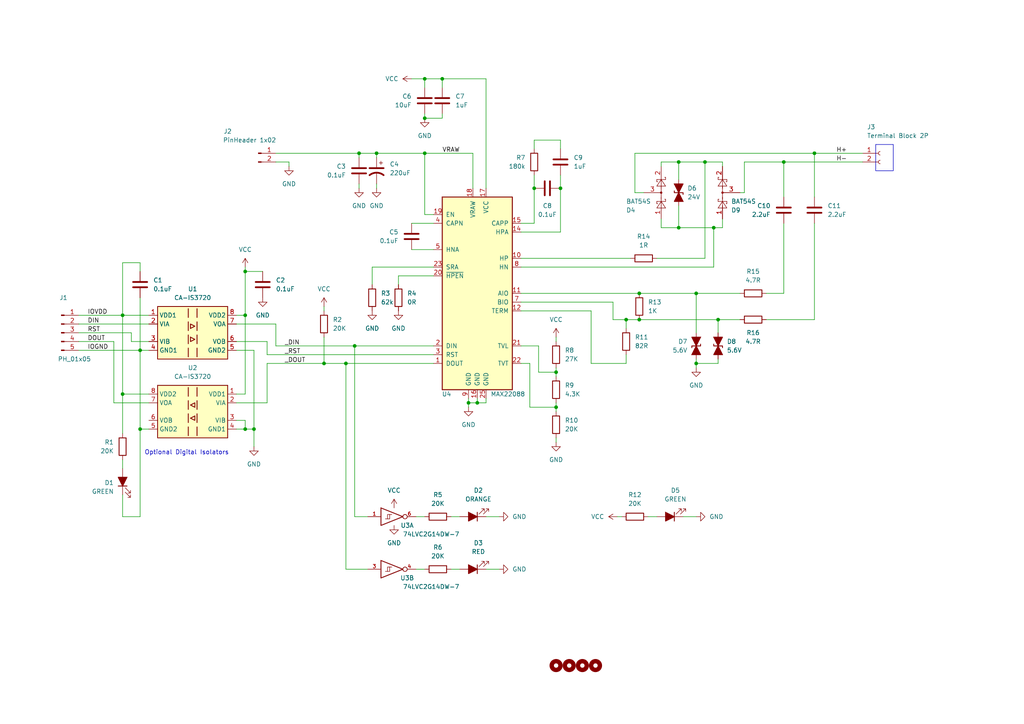
<source format=kicad_sch>
(kicad_sch (version 20230121) (generator eeschema)
  (paper "A4")
  (title_block (title "HomeBus Breakout Board") (date "2024-01-31") (rev "r0.1") (company "Greg Davill <greg.davill@gmail.com>") (comment 1 "Based on MAX22088"))
  (lib_symbols
    (symbol "74xGxx:74LVC2G14" (pin_names (offset 1.016))
      (property "Reference" "U" (at -2.54 3.81 0))
      (property "Value" "74LVC2G14" (at 0 -3.81 0))
      (symbol "74LVC2G14_0_1"
        (polyline (pts (xy -1.905 -0.635) (xy -1.27 -0.635) (xy -1.27 0.635)))
        (polyline (pts (xy -3.81 2.54) (xy -3.81 -2.54) (xy 2.54 0) (xy -3.81 2.54)) (stroke (width 0.254)))
        (polyline (pts (xy -2.54 -0.635) (xy -1.905 -0.635) (xy -1.905 0.635) (xy -0.635 0.635)))
        (pin power_in line (at 0 -2.54 270) (length 0) hide (name "GND") (number "2"))
        (pin power_in line (at 0 2.54 90) (length 0) hide (name "VCC") (number "5"))
      )
      (symbol "74LVC2G14_1_1"
        (pin input line (at -7.62 0 0) (length 3.81) (name "~") (number "1"))
        (pin output inverted (at 6.35 0 180) (length 3.81) (name "~") (number "6"))
      )
      (symbol "74LVC2G14_2_1"
        (pin input line (at -7.62 0 0) (length 3.81) (name "~") (number "3"))
        (pin output inverted (at 6.35 0 180) (length 3.81) (name "~") (number "4"))
      )
    )
    (symbol "Connector:Conn_01x02_Female" (pin_names (offset 1.016) hide)
      (property "Reference" "J" (at 0 2.54 0))
      (property "Value" "Conn_01x02_Female" (at 0 -5.08 0))
      (symbol "Conn_01x02_Female_1_1"
        (arc (start 0 -2.032) (mid -0.5058 -2.54) (end 0 -3.048) (stroke (width 0.1524)))
        (polyline (pts (xy -1.27 -2.54) (xy -0.508 -2.54)) (stroke (width 0.1524)))
        (polyline (pts (xy -1.27 0) (xy -0.508 0)) (stroke (width 0.1524)))
        (arc (start 0 0.508) (mid -0.5058 0) (end 0 -0.508) (stroke (width 0.1524)))
        (pin passive line (at -5.08 0 0) (length 3.81) (name "Pin_1") (number "1"))
        (pin passive line (at -5.08 -2.54 0) (length 3.81) (name "Pin_2") (number "2"))
      )
    )
    (symbol "Connector:Conn_01x02_Male" (pin_names (offset 1.016) hide)
      (property "Reference" "J" (at 0 2.54 0))
      (property "Value" "Conn_01x02_Male" (at 0 -5.08 0))
      (symbol "Conn_01x02_Male_1_1"
        (polyline (pts (xy 1.27 -2.54) (xy 0.8636 -2.54)) (stroke (width 0.1524)))
        (polyline (pts (xy 1.27 0) (xy 0.8636 0)) (stroke (width 0.1524)))
        (rectangle (start 0.8636 -2.413) (end 0 -2.667) (stroke (width 0.1524)) (fill (type outline)))
        (rectangle (start 0.8636 0.127) (end 0 -0.127) (stroke (width 0.1524)) (fill (type outline)))
        (pin passive line (at 5.08 0 180) (length 3.81) (name "Pin_1") (number "1"))
        (pin passive line (at 5.08 -2.54 180) (length 3.81) (name "Pin_2") (number "2"))
      )
    )
    (symbol "Connector:Conn_01x05_Male" (pin_names (offset 1.016) hide)
      (property "Reference" "J" (at 0 7.62 0))
      (property "Value" "Conn_01x05_Male" (at 0 -7.62 0))
      (symbol "Conn_01x05_Male_1_1"
        (polyline (pts (xy 1.27 -5.08) (xy 0.8636 -5.08)) (stroke (width 0.1524)))
        (polyline (pts (xy 1.27 -2.54) (xy 0.8636 -2.54)) (stroke (width 0.1524)))
        (polyline (pts (xy 1.27 0) (xy 0.8636 0)) (stroke (width 0.1524)))
        (polyline (pts (xy 1.27 2.54) (xy 0.8636 2.54)) (stroke (width 0.1524)))
        (polyline (pts (xy 1.27 5.08) (xy 0.8636 5.08)) (stroke (width 0.1524)))
        (rectangle (start 0.8636 -4.953) (end 0 -5.207) (stroke (width 0.1524)) (fill (type outline)))
        (rectangle (start 0.8636 -2.413) (end 0 -2.667) (stroke (width 0.1524)) (fill (type outline)))
        (rectangle (start 0.8636 0.127) (end 0 -0.127) (stroke (width 0.1524)) (fill (type outline)))
        (rectangle (start 0.8636 2.667) (end 0 2.413) (stroke (width 0.1524)) (fill (type outline)))
        (rectangle (start 0.8636 5.207) (end 0 4.953) (stroke (width 0.1524)) (fill (type outline)))
        (pin passive line (at 5.08 5.08 180) (length 3.81) (name "Pin_1") (number "1"))
        (pin passive line (at 5.08 2.54 180) (length 3.81) (name "Pin_2") (number "2"))
        (pin passive line (at 5.08 0 180) (length 3.81) (name "Pin_3") (number "3"))
        (pin passive line (at 5.08 -2.54 180) (length 3.81) (name "Pin_4") (number "4"))
        (pin passive line (at 5.08 -5.08 180) (length 3.81) (name "Pin_5") (number "5"))
      )
    )
    (symbol "Custom_Components:MAX22088" (pin_names (offset 1.016))
      (property "Reference" "U1" (at -8.89 30.48 0))
      (property "Value" "MAX22088" (at -8.89 27.94 0))
      (symbol "MAX22088_1_1"
        (rectangle (start -10.16 26.67) (end 10.16 -29.21) (stroke (width 0.3)) (fill (type background)))
        (pin output line (at -12.7 -21.59 0) (length 2.54) (name "DOUT") (number "1"))
        (pin power_in line (at 12.7 8.89 180) (length 2.54) (name "HP") (number "10"))
        (pin bidirectional line (at 12.7 -1.27 180) (length 2.54) (name "AIO") (number "11"))
        (pin passive line (at 12.7 -6.35 180) (length 2.54) (name "TERM") (number "12"))
        (pin no_connect line (at -10.16 -8.89 180) (length 0) hide (name "~") (number "13"))
        (pin passive line (at 12.7 16.51 180) (length 2.54) (name "HPA") (number "14"))
        (pin passive line (at 12.7 19.05 180) (length 2.54) (name "CAPP") (number "15"))
        (pin power_out line (at 0 -31.75 90) (length 2.54) (name "GND") (number "16"))
        (pin power_out line (at 2.54 29.21 270) (length 2.54) (name "VCC") (number "17"))
        (pin power_out line (at -1.27 29.21 270) (length 2.54) (name "VRAW") (number "18"))
        (pin input line (at -12.7 21.59 0) (length 2.54) (name "EN") (number "19"))
        (pin input line (at -12.7 -16.51 0) (length 2.54) (name "DIN") (number "2"))
        (pin input line (at -12.7 3.81 0) (length 2.54) (name "~{HPEN}") (number "20"))
        (pin input line (at 12.7 -16.51 180) (length 2.54) (name "TVL") (number "21"))
        (pin input line (at 12.7 -21.59 180) (length 2.54) (name "TVT") (number "22"))
        (pin input line (at -12.7 6.35 0) (length 2.54) (name "SRA") (number "23"))
        (pin no_connect line (at -10.16 -6.35 180) (length 0) hide (name "") (number "24"))
        (pin power_out line (at 2.54 -31.75 90) (length 2.54) (name "GND") (number "25"))
        (pin input line (at -12.7 -19.05 0) (length 2.54) (name "RST") (number "3"))
        (pin passive line (at -12.7 19.05 0) (length 2.54) (name "CAPN") (number "4"))
        (pin passive line (at -12.7 11.43 0) (length 2.54) (name "HNA") (number "5"))
        (pin no_connect line (at -10.16 -11.43 180) (length 0) hide (name "~") (number "6"))
        (pin bidirectional line (at 12.7 -3.81 180) (length 2.54) (name "BIO") (number "7"))
        (pin power_in line (at 12.7 6.35 180) (length 2.54) (name "HN") (number "8"))
        (pin power_out line (at -2.54 -31.75 90) (length 2.54) (name "GND") (number "9"))
      )
    )
    (symbol "Device:C" (pin_numbers hide) (pin_names (offset 0.254))
      (property "Reference" "C" (at 0.635 2.54 0))
      (property "Value" "C" (at 0.635 -2.54 0))
      (symbol "C_0_1"
        (polyline (pts (xy -2.032 -0.762) (xy 2.032 -0.762)) (stroke (width 0.508)))
        (polyline (pts (xy -2.032 0.762) (xy 2.032 0.762)) (stroke (width 0.508)))
      )
      (symbol "C_1_1"
        (pin passive line (at 0 3.81 270) (length 2.794) (name "~") (number "1"))
        (pin passive line (at 0 -3.81 90) (length 2.794) (name "~") (number "2"))
      )
    )
    (symbol "Device:C_Polarized_US" (pin_numbers hide) (pin_names (offset 0.254) hide)
      (property "Reference" "C" (at 0.635 2.54 0))
      (property "Value" "C_Polarized_US" (at 0.635 -2.54 0))
      (symbol "C_Polarized_US_0_1"
        (polyline (pts (xy -2.032 0.762) (xy 2.032 0.762)) (stroke (width 0.508)))
        (polyline (pts (xy -1.778 2.286) (xy -0.762 2.286)))
        (polyline (pts (xy -1.27 1.778) (xy -1.27 2.794)))
        (arc (start 2.032 -1.27) (mid 0 -0.5572) (end -2.032 -1.27) (stroke (width 0.508)))
      )
      (symbol "C_Polarized_US_1_1"
        (pin passive line (at 0 3.81 270) (length 2.794) (name "~") (number "1"))
        (pin passive line (at 0 -3.81 90) (length 3.302) (name "~") (number "2"))
      )
    )
    (symbol "Device:D_TVS_Filled" (pin_numbers hide) (pin_names (offset 1.016) hide)
      (property "Reference" "D" (at 0 2.54 0))
      (property "Value" "D_TVS_Filled" (at 0 -2.54 0))
      (symbol "D_TVS_Filled_0_1"
        (polyline (pts (xy 1.27 0) (xy -1.27 0)))
        (polyline (pts (xy -2.54 -1.27) (xy 0 0) (xy -2.54 1.27) (xy -2.54 -1.27)) (stroke (width 0.254)) (fill (type outline)))
        (polyline (pts (xy 0.508 1.27) (xy 0 1.27) (xy 0 -1.27) (xy -0.508 -1.27)) (stroke (width 0.254)))
        (polyline (pts (xy 2.54 1.27) (xy 2.54 -1.27) (xy 0 0) (xy 2.54 1.27)) (stroke (width 0.254)) (fill (type outline)))
      )
      (symbol "D_TVS_Filled_1_1"
        (pin passive line (at -3.81 0 0) (length 2.54) (name "A1") (number "1"))
        (pin passive line (at 3.81 0 180) (length 2.54) (name "A2") (number "2"))
      )
    )
    (symbol "Device:LED_Filled" (pin_numbers hide) (pin_names (offset 1.016) hide)
      (property "Reference" "D" (at 0 2.54 0))
      (property "Value" "LED_Filled" (at 0 -2.54 0))
      (symbol "LED_Filled_0_1"
        (polyline (pts (xy -1.27 -1.27) (xy -1.27 1.27)) (stroke (width 0.254)))
        (polyline (pts (xy -1.27 0) (xy 1.27 0)))
        (polyline (pts (xy 1.27 -1.27) (xy 1.27 1.27) (xy -1.27 0) (xy 1.27 -1.27)) (stroke (width 0.254)) (fill (type outline)))
        (polyline (pts (xy -3.048 -0.762) (xy -4.572 -2.286) (xy -3.81 -2.286) (xy -4.572 -2.286) (xy -4.572 -1.524)))
        (polyline (pts (xy -1.778 -0.762) (xy -3.302 -2.286) (xy -2.54 -2.286) (xy -3.302 -2.286) (xy -3.302 -1.524)))
      )
      (symbol "LED_Filled_1_1"
        (pin passive line (at -3.81 0 0) (length 2.54) (name "K") (number "1"))
        (pin passive line (at 3.81 0 180) (length 2.54) (name "A") (number "2"))
      )
    )
    (symbol "Device:R" (pin_numbers hide) (pin_names (offset 0))
      (property "Reference" "R" (at 2.032 0 90))
      (property "Value" "R" (at 0 0 90))
      (symbol "R_0_1"
        (rectangle (start -1.016 -2.54) (end 1.016 2.54) (stroke (width 0.254)))
      )
      (symbol "R_1_1"
        (pin passive line (at 0 3.81 270) (length 1.27) (name "~") (number "1"))
        (pin passive line (at 0 -3.81 90) (length 1.27) (name "~") (number "2"))
      )
    )
    (symbol "Diode:BAT54S" (pin_names (offset 1.016))
      (property "Reference" "D" (at 0.635 -3.81 0))
      (property "Value" "BAT54S" (at -6.35 3.175 0))
      (symbol "BAT54S_0_1"
        (polyline (pts (xy -3.81 0) (xy -1.27 0)))
        (polyline (pts (xy -3.175 -1.27) (xy -3.175 -1.016)))
        (polyline (pts (xy -2.54 -1.27) (xy -3.175 -1.27)))
        (polyline (pts (xy -2.54 -1.27) (xy -2.54 1.27)))
        (polyline (pts (xy -2.54 1.27) (xy -1.905 1.27)))
        (polyline (pts (xy -1.905 0) (xy 1.905 0)))
        (polyline (pts (xy -1.905 1.27) (xy -1.905 1.016)))
        (polyline (pts (xy 1.27 0) (xy 3.81 0)))
        (polyline (pts (xy 3.175 -1.27) (xy 3.175 -1.016)))
        (polyline (pts (xy 3.81 -1.27) (xy 3.175 -1.27)))
        (polyline (pts (xy 3.81 -1.27) (xy 3.81 1.27)))
        (polyline (pts (xy 3.81 1.27) (xy 4.445 1.27)))
        (polyline (pts (xy 4.445 1.27) (xy 4.445 1.016)))
        (polyline (pts (xy -4.445 1.27) (xy -4.445 -1.27) (xy -2.54 0) (xy -4.445 1.27)))
        (polyline (pts (xy 1.905 1.27) (xy 1.905 -1.27) (xy 3.81 0) (xy 1.905 1.27)))
        (circle (center 0 0) (radius 0.254) (fill (type outline)))
      )
      (symbol "BAT54S_1_1"
        (pin passive line (at -7.62 0 0) (length 3.81) (name "~") (number "1"))
        (pin passive line (at 7.62 0 180) (length 3.81) (name "~") (number "2"))
        (pin passive line (at 0 -5.08 90) (length 5.08) (name "~") (number "3"))
      )
    )
    (symbol "Isolator:ADuM1200WU"
      (property "Reference" "U3" (at 0 12.7 0))
      (property "Value" "CA-IS3720" (at 0 10.16 0))
      (symbol "ADuM1200WU_0_1"
        (rectangle (start -10.16 7.62) (end 10.16 -7.62) (stroke (width 0.254)) (fill (type background)))
        (polyline (pts (xy -1.27 -4.445) (xy -1.27 -6.985)) (stroke (width 0.254)))
        (polyline (pts (xy -1.27 -0.635) (xy -1.27 -3.175)) (stroke (width 0.254)))
        (polyline (pts (xy -1.27 3.175) (xy -1.27 0.635)) (stroke (width 0.254)))
        (polyline (pts (xy -1.27 6.985) (xy -1.27 4.445)) (stroke (width 0.254)))
        (polyline (pts (xy 1.27 -4.445) (xy 1.27 -6.985)) (stroke (width 0.254)))
        (polyline (pts (xy 1.27 -0.635) (xy 1.27 -3.175)) (stroke (width 0.254)))
        (polyline (pts (xy 1.27 3.175) (xy 1.27 0.635)) (stroke (width 0.254)))
        (polyline (pts (xy 1.27 6.985) (xy 1.27 4.445)) (stroke (width 0.254)))
        (polyline (pts (xy -0.635 -1.27) (xy -0.635 -2.54) (xy 0.635 -1.905) (xy -0.635 -1.27)) (stroke (width 0.254)))
        (polyline (pts (xy -0.635 1.27) (xy 0.635 1.905) (xy -0.635 2.54) (xy -0.635 1.27)) (stroke (width 0.254)))
      )
      (symbol "ADuM1200WU_1_1"
        (pin power_in line (at -12.7 5.08 0) (length 2.54) (name "VDD1") (number "1"))
        (pin input line (at -12.7 2.54 0) (length 2.54) (name "VIA") (number "2"))
        (pin input line (at -12.7 -2.54 0) (length 2.54) (name "VIB") (number "3"))
        (pin power_in line (at -12.7 -5.08 0) (length 2.54) (name "GND1") (number "4"))
        (pin power_in line (at 12.7 -5.08 180) (length 2.54) (name "GND2") (number "5"))
        (pin output line (at 12.7 -2.54 180) (length 2.54) (name "VOB") (number "6"))
        (pin output line (at 12.7 2.54 180) (length 2.54) (name "VOA") (number "7"))
        (pin power_in line (at 12.7 5.08 180) (length 2.54) (name "VDD2") (number "8"))
      )
    )
    (symbol "Mechanical:MountingHole" (pin_names (offset 1.016))
      (property "Reference" "H" (at 0 5.08 0))
      (property "Value" "MountingHole" (at 0 3.175 0))
      (symbol "MountingHole_0_1"
        (circle (center 0 0) (radius 1.27) (stroke (width 1.27)))
      )
    )
    (symbol "power:GND" (power) (pin_names (offset 0))
      (property "Value" "GND" (at 0 -3.81 0))
      (symbol "GND_0_1"
        (polyline (pts (xy 0 0) (xy 0 -1.27) (xy 1.27 -1.27) (xy 0 -2.54) (xy -1.27 -1.27) (xy 0 -1.27)))
      )
      (symbol "GND_1_1"
        (pin power_in line (at 0 0 270) (length 0) hide (name "GND") (number "1"))
      )
    )
    (symbol "power:VCC" (power) (pin_names (offset 0))
      (property "Value" "VCC" (at 0 3.81 0))
      (symbol "VCC_0_1"
        (polyline (pts (xy -0.762 1.27) (xy 0 2.54)))
        (polyline (pts (xy 0 0) (xy 0 2.54)))
        (polyline (pts (xy 0 2.54) (xy 0.762 1.27)))
      )
      (symbol "VCC_1_1"
        (pin power_in line (at 0 0 90) (length 0) hide (name "VCC") (number "1"))
      )
    )
  )
  (junction (at 236.22 44.45))
  (junction (at 73.66 124.46))
  (junction (at 71.12 91.44))
  (junction (at 135.89 116.84))
  (junction (at 227.33 46.99))
  (junction (at 185.42 92.71))
  (junction (at 201.93 105.41))
  (junction (at 123.19 22.86))
  (junction (at 35.56 91.44))
  (junction (at 201.93 85.09))
  (junction (at 93.98 105.41))
  (junction (at 123.19 44.45))
  (junction (at 196.85 46.99))
  (junction (at 138.43 116.84))
  (junction (at 123.19 34.29))
  (junction (at 204.47 46.99))
  (junction (at 71.12 124.46))
  (junction (at 102.87 100.33))
  (junction (at 208.28 92.71))
  (junction (at 35.56 114.3))
  (junction (at 104.14 44.45))
  (junction (at 128.27 22.86))
  (junction (at 162.56 54.61))
  (junction (at 161.29 118.11))
  (junction (at 71.12 78.74))
  (junction (at 40.64 124.46))
  (junction (at 181.61 92.71))
  (junction (at 207.01 66.04))
  (junction (at 100.33 105.41))
  (junction (at 109.22 44.45))
  (junction (at 185.42 85.09))
  (junction (at 196.85 66.04))
  (junction (at 161.29 107.95))
  (junction (at 154.94 54.61))
  (junction (at 40.64 101.6))
  (wire (pts (xy 236.22 64.77) (xy 236.22 92.71)))
  (polyline (pts (xy 254 41.91) (xy 259.08 41.91)))
  (wire (pts (xy 93.98 97.79) (xy 93.98 105.41)))
  (wire (pts (xy 106.68 149.86) (xy 102.87 149.86)))
  (wire (pts (xy 201.93 105.41) (xy 201.93 106.68)))
  (wire (pts (xy 83.82 46.99) (xy 83.82 48.26)))
  (wire (pts (xy 80.01 100.33) (xy 80.01 93.98)))
  (wire (pts (xy 71.12 124.46) (xy 73.66 124.46)))
  (wire (pts (xy 227.33 85.09) (xy 227.33 64.77)))
  (wire (pts (xy 196.85 66.04) (xy 207.01 66.04)))
  (wire (pts (xy 120.65 165.1) (xy 123.19 165.1)))
  (wire (pts (xy 123.19 22.86) (xy 119.38 22.86)))
  (wire (pts (xy 151.13 100.33) (xy 156.21 100.33)))
  (wire (pts (xy 22.86 96.52) (xy 38.1 96.52)))
  (wire (pts (xy 107.95 77.47) (xy 107.95 82.55)))
  (wire (pts (xy 35.56 133.35) (xy 35.56 135.89)))
  (wire (pts (xy 191.77 63.5) (xy 191.77 66.04)))
  (wire (pts (xy 153.67 105.41) (xy 153.67 118.11)))
  (wire (pts (xy 40.64 149.86) (xy 35.56 149.86)))
  (wire (pts (xy 38.1 99.06) (xy 43.18 99.06)))
  (wire (pts (xy 215.9 55.88) (xy 215.9 46.99)))
  (wire (pts (xy 80.01 46.99) (xy 83.82 46.99)))
  (wire (pts (xy 73.66 124.46) (xy 73.66 129.54)))
  (wire (pts (xy 40.64 76.2) (xy 40.64 78.74)))
  (wire (pts (xy 162.56 43.18) (xy 162.56 40.64)))
  (wire (pts (xy 196.85 59.69) (xy 196.85 66.04)))
  (wire (pts (xy 128.27 34.29) (xy 123.19 34.29)))
  (wire (pts (xy 204.47 46.99) (xy 209.55 46.99)))
  (wire (pts (xy 186.69 55.88) (xy 184.15 55.88)))
  (wire (pts (xy 161.29 97.79) (xy 161.29 99.06)))
  (wire (pts (xy 100.33 105.41) (xy 100.33 165.1)))
  (wire (pts (xy 130.81 149.86) (xy 133.35 149.86)))
  (wire (pts (xy 43.18 116.84) (xy 33.02 116.84)))
  (wire (pts (xy 151.13 67.31) (xy 162.56 67.31)))
  (wire (pts (xy 40.64 124.46) (xy 40.64 149.86)))
  (wire (pts (xy 151.13 77.47) (xy 207.01 77.47)))
  (wire (pts (xy 196.85 46.99) (xy 196.85 52.07)))
  (wire (pts (xy 201.93 85.09) (xy 201.93 96.52)))
  (wire (pts (xy 123.19 33.02) (xy 123.19 34.29)))
  (wire (pts (xy 35.56 91.44) (xy 35.56 76.2)))
  (wire (pts (xy 154.94 64.77) (xy 151.13 64.77)))
  (wire (pts (xy 181.61 92.71) (xy 185.42 92.71)))
  (wire (pts (xy 71.12 114.3) (xy 71.12 91.44)))
  (wire (pts (xy 73.66 101.6) (xy 73.66 124.46)))
  (wire (pts (xy 40.64 124.46) (xy 43.18 124.46)))
  (wire (pts (xy 93.98 105.41) (xy 100.33 105.41)))
  (wire (pts (xy 22.86 101.6) (xy 40.64 101.6)))
  (wire (pts (xy 71.12 91.44) (xy 71.12 78.74)))
  (wire (pts (xy 161.29 116.84) (xy 161.29 118.11)))
  (wire (pts (xy 191.77 46.99) (xy 196.85 46.99)))
  (wire (pts (xy 162.56 54.61) (xy 162.56 67.31)))
  (polyline (pts (xy 259.08 49.53) (xy 259.08 41.91)))
  (wire (pts (xy 204.47 74.93) (xy 190.5 74.93)))
  (wire (pts (xy 115.57 80.01) (xy 115.57 82.55)))
  (wire (pts (xy 227.33 46.99) (xy 227.33 57.15)))
  (wire (pts (xy 184.15 44.45) (xy 236.22 44.45)))
  (wire (pts (xy 227.33 46.99) (xy 250.19 46.99)))
  (wire (pts (xy 35.56 91.44) (xy 43.18 91.44)))
  (wire (pts (xy 104.14 53.34) (xy 104.14 54.61)))
  (wire (pts (xy 140.97 115.57) (xy 140.97 116.84)))
  (wire (pts (xy 137.16 54.61) (xy 137.16 44.45)))
  (wire (pts (xy 77.47 105.41) (xy 93.98 105.41)))
  (wire (pts (xy 187.96 149.86) (xy 190.5 149.86)))
  (wire (pts (xy 35.56 125.73) (xy 35.56 114.3)))
  (wire (pts (xy 71.12 78.74) (xy 71.12 77.47)))
  (wire (pts (xy 236.22 44.45) (xy 250.19 44.45)))
  (wire (pts (xy 236.22 44.45) (xy 236.22 57.15)))
  (wire (pts (xy 153.67 118.11) (xy 161.29 118.11)))
  (wire (pts (xy 100.33 105.41) (xy 125.73 105.41)))
  (wire (pts (xy 215.9 46.99) (xy 227.33 46.99)))
  (wire (pts (xy 40.64 101.6) (xy 40.64 124.46)))
  (wire (pts (xy 68.58 114.3) (xy 71.12 114.3)))
  (wire (pts (xy 77.47 102.87) (xy 125.73 102.87)))
  (wire (pts (xy 151.13 105.41) (xy 153.67 105.41)))
  (wire (pts (xy 208.28 92.71) (xy 208.28 96.52)))
  (wire (pts (xy 130.81 165.1) (xy 133.35 165.1)))
  (wire (pts (xy 151.13 74.93) (xy 182.88 74.93)))
  (wire (pts (xy 140.97 149.86) (xy 144.78 149.86)))
  (wire (pts (xy 119.38 72.39) (xy 125.73 72.39)))
  (wire (pts (xy 204.47 46.99) (xy 204.47 74.93)))
  (wire (pts (xy 68.58 121.92) (xy 71.12 121.92)))
  (wire (pts (xy 138.43 115.57) (xy 138.43 116.84)))
  (wire (pts (xy 162.56 40.64) (xy 154.94 40.64)))
  (wire (pts (xy 138.43 116.84) (xy 135.89 116.84)))
  (wire (pts (xy 68.58 124.46) (xy 71.12 124.46)))
  (wire (pts (xy 68.58 101.6) (xy 73.66 101.6)))
  (wire (pts (xy 38.1 96.52) (xy 38.1 99.06)))
  (wire (pts (xy 208.28 104.14) (xy 208.28 105.41)))
  (wire (pts (xy 22.86 93.98) (xy 43.18 93.98)))
  (wire (pts (xy 40.64 86.36) (xy 40.64 101.6)))
  (wire (pts (xy 77.47 116.84) (xy 68.58 116.84)))
  (wire (pts (xy 119.38 64.77) (xy 125.73 64.77)))
  (wire (pts (xy 106.68 165.1) (xy 100.33 165.1)))
  (wire (pts (xy 104.14 44.45) (xy 109.22 44.45)))
  (wire (pts (xy 68.58 91.44) (xy 71.12 91.44)))
  (wire (pts (xy 191.77 48.26) (xy 191.77 46.99)))
  (wire (pts (xy 198.12 149.86) (xy 201.93 149.86)))
  (wire (pts (xy 35.56 91.44) (xy 35.56 114.3)))
  (wire (pts (xy 177.8 92.71) (xy 181.61 92.71)))
  (wire (pts (xy 185.42 92.71) (xy 208.28 92.71)))
  (wire (pts (xy 128.27 33.02) (xy 128.27 34.29)))
  (wire (pts (xy 109.22 45.72) (xy 109.22 44.45)))
  (wire (pts (xy 181.61 92.71) (xy 181.61 95.25)))
  (wire (pts (xy 207.01 77.47) (xy 207.01 66.04)))
  (wire (pts (xy 135.89 115.57) (xy 135.89 116.84)))
  (wire (pts (xy 161.29 106.68) (xy 161.29 107.95)))
  (wire (pts (xy 185.42 85.09) (xy 201.93 85.09)))
  (wire (pts (xy 208.28 105.41) (xy 201.93 105.41)))
  (wire (pts (xy 207.01 66.04) (xy 209.55 66.04)))
  (wire (pts (xy 22.86 91.44) (xy 35.56 91.44)))
  (wire (pts (xy 125.73 80.01) (xy 115.57 80.01)))
  (wire (pts (xy 161.29 118.11) (xy 161.29 119.38)))
  (wire (pts (xy 123.19 62.23) (xy 123.19 44.45)))
  (wire (pts (xy 151.13 87.63) (xy 177.8 87.63)))
  (wire (pts (xy 154.94 40.64) (xy 154.94 43.18)))
  (wire (pts (xy 93.98 88.9) (xy 93.98 90.17)))
  (wire (pts (xy 154.94 54.61) (xy 154.94 64.77)))
  (wire (pts (xy 140.97 54.61) (xy 140.97 22.86)))
  (wire (pts (xy 104.14 45.72) (xy 104.14 44.45)))
  (wire (pts (xy 140.97 116.84) (xy 138.43 116.84)))
  (wire (pts (xy 71.12 78.74) (xy 76.2 78.74)))
  (wire (pts (xy 80.01 93.98) (xy 68.58 93.98)))
  (wire (pts (xy 177.8 87.63) (xy 177.8 92.71)))
  (wire (pts (xy 123.19 25.4) (xy 123.19 22.86)))
  (wire (pts (xy 156.21 107.95) (xy 161.29 107.95)))
  (wire (pts (xy 35.56 143.51) (xy 35.56 149.86)))
  (wire (pts (xy 154.94 54.61) (xy 154.94 50.8)))
  (wire (pts (xy 80.01 100.33) (xy 102.87 100.33)))
  (wire (pts (xy 35.56 76.2) (xy 40.64 76.2)))
  (wire (pts (xy 196.85 46.99) (xy 204.47 46.99)))
  (polyline (pts (xy 254 41.91) (xy 254 49.53)))
  (wire (pts (xy 80.01 44.45) (xy 104.14 44.45)))
  (wire (pts (xy 171.45 90.17) (xy 171.45 105.41)))
  (wire (pts (xy 102.87 100.33) (xy 125.73 100.33)))
  (wire (pts (xy 201.93 104.14) (xy 201.93 105.41)))
  (wire (pts (xy 77.47 102.87) (xy 77.47 99.06)))
  (wire (pts (xy 214.63 55.88) (xy 215.9 55.88)))
  (wire (pts (xy 125.73 62.23) (xy 123.19 62.23)))
  (wire (pts (xy 33.02 99.06) (xy 22.86 99.06)))
  (wire (pts (xy 109.22 44.45) (xy 123.19 44.45)))
  (wire (pts (xy 208.28 92.71) (xy 214.63 92.71)))
  (wire (pts (xy 128.27 25.4) (xy 128.27 22.86)))
  (wire (pts (xy 209.55 66.04) (xy 209.55 63.5)))
  (wire (pts (xy 140.97 165.1) (xy 144.78 165.1)))
  (wire (pts (xy 162.56 54.61) (xy 162.56 50.8)))
  (wire (pts (xy 102.87 100.33) (xy 102.87 149.86)))
  (wire (pts (xy 171.45 90.17) (xy 151.13 90.17)))
  (wire (pts (xy 171.45 105.41) (xy 181.61 105.41)))
  (wire (pts (xy 201.93 85.09) (xy 214.63 85.09)))
  (wire (pts (xy 222.25 92.71) (xy 236.22 92.71)))
  (wire (pts (xy 71.12 121.92) (xy 71.12 124.46)))
  (wire (pts (xy 151.13 85.09) (xy 185.42 85.09)))
  (wire (pts (xy 43.18 114.3) (xy 35.56 114.3)))
  (wire (pts (xy 209.55 46.99) (xy 209.55 48.26)))
  (polyline (pts (xy 254 49.53) (xy 259.08 49.53)))
  (wire (pts (xy 191.77 66.04) (xy 196.85 66.04)))
  (wire (pts (xy 109.22 53.34) (xy 109.22 54.61)))
  (wire (pts (xy 77.47 105.41) (xy 77.47 116.84)))
  (wire (pts (xy 161.29 107.95) (xy 161.29 109.22)))
  (wire (pts (xy 156.21 100.33) (xy 156.21 107.95)))
  (wire (pts (xy 161.29 127) (xy 161.29 128.27)))
  (wire (pts (xy 135.89 116.84) (xy 135.89 118.11)))
  (wire (pts (xy 222.25 85.09) (xy 227.33 85.09)))
  (wire (pts (xy 125.73 77.47) (xy 107.95 77.47)))
  (wire (pts (xy 128.27 22.86) (xy 123.19 22.86)))
  (wire (pts (xy 33.02 116.84) (xy 33.02 99.06)))
  (wire (pts (xy 123.19 44.45) (xy 137.16 44.45)))
  (wire (pts (xy 179.07 149.86) (xy 180.34 149.86)))
  (wire (pts (xy 184.15 55.88) (xy 184.15 44.45)))
  (wire (pts (xy 120.65 149.86) (xy 123.19 149.86)))
  (wire (pts (xy 77.47 99.06) (xy 68.58 99.06)))
  (wire (pts (xy 43.18 101.6) (xy 40.64 101.6)))
  (wire (pts (xy 140.97 22.86) (xy 128.27 22.86)))
  (wire (pts (xy 181.61 105.41) (xy 181.61 102.87)))
  (text "Optional Digital Isolators" (at 41.91 132.08 0) (effects (font (size 1.27 1.27)) (justify left bottom)))
  (label "_DIN" (at 82.55 100.33 0))
  (label "DOUT" (at 25.4 99.06 0))
  (label "IOVDD" (at 25.4 91.44 0))
  (label "DIN" (at 25.4 93.98 0))
  (label "RST" (at 25.4 96.52 0))
  (label "IOGND" (at 25.4 101.6 0))
  (label "H+" (at 242.57 44.45 0))
  (label "H-" (at 242.57 46.99 0))
  (label "VRAW" (at 128.27 44.45 0))
  (label "_RST" (at 82.55 102.87 0))
  (label "_DOUT" (at 82.55 105.41 0))
  (symbol (lib_id "Device:C") (at 158.75 54.61 270) (mirror x) (unit 1)
    (property "Reference" "C8" (at 158.75 59.69 90))
    (property "Value" "0.1uF" (at 158.75 62.23 90))
    (property "Footprint" "Capacitor_SMD:C_0402_1005Metric" (effects hide))
    (property "LCSC" "C1525" (effects hide))
  )
  (symbol (lib_id "power:GND") (at 144.78 149.86 90) (unit 1)
    (property "Reference" "#PWR015" (effects hide))
    (property "Value" "GND" (at 148.59 149.86 90) (effects (justify right)))
  )
  (symbol (lib_id "Device:R") (at 161.29 113.03 180) (unit 1)
    (property "Reference" "R9" (at 163.83 111.76 0) (effects (justify right)))
    (property "Value" "4.3K" (at 163.83 114.3 0) (effects (justify right)))
    (property "Footprint" "Resistor_SMD:R_0402_1005Metric" (effects hide))
    (property "LCSC" "C25899" (effects hide))
  )
  (symbol (lib_id "Device:C") (at 128.27 29.21 0) (unit 1)
    (property "Reference" "C7" (at 132.08 27.94 0) (effects (justify left)))
    (property "Value" "1uF" (at 132.08 30.48 0) (effects (justify left)))
    (property "Footprint" "Capacitor_SMD:C_0402_1005Metric" (effects hide))
    (property "LCSC" "C52923" (effects hide))
  )
  (symbol (lib_id "power:GND") (at 107.95 90.17 0) (unit 1)
    (property "Reference" "#PWR07" (effects hide))
    (property "Value" "GND" (at 107.95 95.25 0))
  )
  (symbol (lib_id "Device:LED_Filled") (at 194.31 149.86 180) (unit 1)
    (property "Reference" "D5" (at 195.8975 142.24 0))
    (property "Value" "GREEN" (at 195.8975 144.78 0))
    (property "Footprint" "LED_SMD:LED_0402_1005Metric" (effects hide))
    (property "LCSC" "C165980" (effects hide))
  )
  (symbol (lib_id "Device:R") (at 127 149.86 270) (unit 1)
    (property "Reference" "R5" (at 127 143.51 90))
    (property "Value" "20K" (at 127 146.05 90))
    (property "Footprint" "Resistor_SMD:R_0402_1005Metric" (effects hide))
    (property "LCSC" "C25765" (effects hide))
  )
  (symbol (lib_id "Device:C") (at 119.38 68.58 0) (mirror y) (unit 1)
    (property "Reference" "C5" (at 115.57 67.31 0) (effects (justify left)))
    (property "Value" "0.1uF" (at 115.57 69.85 0) (effects (justify left)))
    (property "Footprint" "Capacitor_SMD:C_0402_1005Metric" (effects hide))
    (property "LCSC" "C1525" (effects hide))
  )
  (symbol (lib_id "Device:R") (at 35.56 129.54 180) (unit 1)
    (property "Reference" "R1" (at 33.02 128.27 0) (effects (justify left)))
    (property "Value" "20K" (at 33.02 130.81 0) (effects (justify left)))
    (property "Footprint" "Resistor_SMD:R_0402_1005Metric" (effects hide))
    (property "LCSC" "C25765" (effects hide))
  )
  (symbol (lib_id "power:VCC") (at 119.38 22.86 90) (mirror x) (unit 1)
    (property "Reference" "#PWR012" (effects hide))
    (property "Value" "VCC" (at 115.57 22.86 90) (effects (justify left)))
  )
  (symbol (lib_id "Device:D_TVS_Filled") (at 208.28 100.33 270) (unit 1)
    (property "Reference" "D8" (at 210.82 99.06 90) (effects (justify left)))
    (property "Value" "5.6V" (at 210.82 101.6 90) (effects (justify left)))
    (property "Footprint" "Diode_SMD:D_SOD-923" (effects hide))
    (property "LCSC" "C151980" (effects hide))
  )
  (symbol (lib_id "power:VCC") (at 71.12 77.47 0) (unit 1)
    (property "Reference" "#PWR01" (effects hide))
    (property "Value" "VCC" (at 71.12 72.39 0))
  )
  (symbol (lib_id "Device:C") (at 162.56 46.99 0) (mirror y) (unit 1)
    (property "Reference" "C9" (at 166.37 45.72 0) (effects (justify right)))
    (property "Value" "1uF" (at 166.37 48.26 0) (effects (justify right)))
    (property "Footprint" "Capacitor_SMD:C_0402_1005Metric" (effects hide))
    (property "LCSC" "C52923" (effects hide))
  )
  (symbol (lib_id "Device:R") (at 115.57 86.36 0) (unit 1)
    (property "Reference" "R4" (at 118.11 85.09 0) (effects (justify left)))
    (property "Value" "0R" (at 118.11 87.63 0) (effects (justify left)))
    (property "Footprint" "Resistor_SMD:R_0402_1005Metric" (effects hide))
    (property "LCSC" "C60485" (effects hide))
  )
  (symbol (lib_id "Mechanical:MountingHole") (at 165.1 193.04 0) (unit 1) (in_bom no)
    (property "Reference" "H2" (effects hide))
    (property "Value" "MountingHole" (effects hide))
    (property "Footprint" "MountingHole:MountingHole_3.2mm_M3_DIN965" (effects hide))
  )
  (symbol (lib_id "Device:R") (at 107.95 86.36 0) (unit 1)
    (property "Reference" "R3" (at 110.49 85.09 0) (effects (justify left)))
    (property "Value" "62k" (at 110.49 87.63 0) (effects (justify left)))
    (property "Footprint" "Resistor_SMD:R_0402_1005Metric" (effects hide))
    (property "LCSC" "C37825" (effects hide))
  )
  (symbol (lib_id "Device:D_TVS_Filled") (at 201.93 100.33 90) (mirror x) (unit 1)
    (property "Reference" "D7" (at 199.39 99.06 90) (effects (justify left)))
    (property "Value" "5.6V" (at 199.39 101.6 90) (effects (justify left)))
    (property "Footprint" "Diode_SMD:D_SOD-923" (effects hide))
    (property "LCSC" "C151980" (effects hide))
  )
  (symbol (lib_id "power:GND") (at 115.57 90.17 0) (unit 1)
    (property "Reference" "#PWR011" (effects hide))
    (property "Value" "GND" (at 115.57 95.25 0))
  )
  (symbol (lib_id "Device:R") (at 127 165.1 270) (unit 1)
    (property "Reference" "R6" (at 127 158.75 90))
    (property "Value" "20K" (at 127 161.29 90))
    (property "Footprint" "Resistor_SMD:R_0402_1005Metric" (effects hide))
    (property "LCSC" "C25765" (effects hide))
  )
  (symbol (lib_id "power:VCC") (at 93.98 88.9 0) (unit 1)
    (property "Reference" "#PWR05" (effects hide))
    (property "Value" "VCC" (at 93.98 83.82 0))
  )
  (symbol (lib_id "Device:R") (at 93.98 93.98 0) (unit 1)
    (property "Reference" "R2" (at 96.52 92.71 0) (effects (justify left)))
    (property "Value" "20K" (at 96.52 95.25 0) (effects (justify left)))
    (property "Footprint" "Resistor_SMD:R_0402_1005Metric" (effects hide))
    (property "LCSC" "C25765" (effects hide))
  )
  (symbol (lib_id "Device:C") (at 104.14 49.53 0) (mirror y) (unit 1)
    (property "Reference" "C3" (at 100.33 48.26 0) (effects (justify left)))
    (property "Value" "0.1uF" (at 100.33 50.8 0) (effects (justify left)))
    (property "Footprint" "Capacitor_SMD:C_0402_1005Metric" (effects hide))
    (property "LCSC" "C1525" (effects hide))
  )
  (symbol (lib_id "Device:LED_Filled") (at 137.16 165.1 180) (unit 1)
    (property "Reference" "D3" (at 138.7475 157.48 0))
    (property "Value" "RED" (at 138.7475 160.02 0))
    (property "Footprint" "LED_SMD:LED_0402_1005Metric" (effects hide))
    (property "LCSC" "C165980" (effects hide))
  )
  (symbol (lib_id "Mechanical:MountingHole") (at 168.91 193.04 0) (unit 1) (in_bom no)
    (property "Reference" "H3" (effects hide))
    (property "Value" "MountingHole" (effects hide))
    (property "Footprint" "MountingHole:MountingHole_3.2mm_M3_DIN965" (effects hide))
  )
  (symbol (lib_id "Device:C") (at 227.33 60.96 0) (mirror x) (unit 1)
    (property "Reference" "C10" (at 223.52 59.69 0) (effects (justify right)))
    (property "Value" "2.2uF" (at 223.52 62.23 0) (effects (justify right)))
    (property "Footprint" "Capacitor_SMD:C_0402_1005Metric" (effects hide))
    (property "LCSC" "C12530" (effects hide))
  )
  (symbol (lib_id "power:GND") (at 161.29 128.27 0) (unit 1)
    (property "Reference" "#PWR018" (effects hide))
    (property "Value" "GND" (at 161.29 133.35 0))
  )
  (symbol (lib_id "power:GND") (at 104.14 54.61 0) (unit 1)
    (property "Reference" "#PWR06" (effects hide))
    (property "Value" "GND" (at 104.14 59.69 0))
  )
  (symbol (lib_id "power:GND") (at 114.3 152.4 0) (unit 1)
    (property "Reference" "#PWR010" (effects hide))
    (property "Value" "GND" (at 114.3 157.48 0))
  )
  (symbol (lib_id "power:GND") (at 73.66 129.54 0) (unit 1)
    (property "Reference" "#PWR02" (effects hide))
    (property "Value" "GND" (at 73.66 134.62 0))
  )
  (symbol (lib_id "power:GND") (at 201.93 149.86 90) (unit 1)
    (property "Reference" "#PWR021" (effects hide))
    (property "Value" "GND" (at 205.74 149.86 90) (effects (justify right)))
  )
  (symbol (lib_id "Connector:Conn_01x02_Male") (at 74.93 44.45 0) (unit 1)
    (property "Reference" "J2" (at 66.04 38.1 0))
    (property "Value" "PinHeader 1x02" (at 72.39 40.64 0))
    (property "Footprint" "Connector_PinHeader_2.54mm:PinHeader_1x02_P2.54mm_Vertical" (effects hide))
  )
  (symbol (lib_id "power:GND") (at 76.2 86.36 0) (unit 1)
    (property "Reference" "#PWR03" (effects hide))
    (property "Value" "GND" (at 76.2 91.44 0))
  )
  (symbol (lib_id "Device:R") (at 154.94 46.99 180) (unit 1)
    (property "Reference" "R7" (at 152.4 45.72 0) (effects (justify left)))
    (property "Value" "180k" (at 152.4 48.26 0) (effects (justify left)))
    (property "Footprint" "Resistor_SMD:R_0402_1005Metric" (effects hide))
    (property "LCSC" "C25760" (effects hide))
  )
  (symbol (lib_id "power:GND") (at 109.22 54.61 0) (unit 1)
    (property "Reference" "#PWR08" (effects hide))
    (property "Value" "GND" (at 109.22 59.69 0))
  )
  (symbol (lib_id "power:GND") (at 83.82 48.26 0) (unit 1)
    (property "Reference" "#PWR04" (effects hide))
    (property "Value" "GND" (at 83.82 53.34 0))
  )
  (symbol (lib_id "Diode:BAT54S") (at 191.77 55.88 270) (mirror x) (unit 1)
    (property "Reference" "D4" (at 181.61 60.96 90) (effects (justify left)))
    (property "Value" "BAT54S" (at 181.61 58.42 90) (effects (justify left)))
    (property "Footprint" "Package_TO_SOT_SMD:SOT-23" (effects hide))
    (property "Datasheet" "https://www.diodes.com/assets/Datasheets/ds11005.pdf" (effects hide))
    (property "LCSC" "C916425" (effects hide))
  )
  (symbol (lib_id "74xGxx:74LVC2G14") (at 114.3 165.1 0) (unit 2)
    (property "Reference" "U3" (at 118.11 167.64 0))
    (property "Value" "74LVC2G14DW-7" (at 116.84 170.18 0) (effects (justify left)))
    (property "Footprint" "Package_TO_SOT_SMD:SOT-363_SC-70-6" (effects hide))
    (property "Datasheet" "https://www.ti.com/lit/ds/symlink/sn74lvc2g14.pdf" (effects hide))
    (property "LCSC" "C362110" (effects hide))
  )
  (symbol (lib_id "Isolator:ADuM1200WU") (at 55.88 119.38 0) (mirror y) (unit 1)
    (property "Reference" "U2" (at 55.88 106.68 0))
    (property "Value" "CA-IS3720" (at 55.88 109.22 0))
    (property "Footprint" "Package_SO:SOIC-8_3.9x4.9mm_P1.27mm" (effects hide))
    (property "Datasheet" "https://datasheet.lcsc.com/lcsc/2304140030_Chipanalog-CA-IS3721HS_C428884.pdf" (effects hide))
    (property "LCSC" "C428882" (effects hide))
  )
  (symbol (lib_id "Custom_Components:MAX22088") (at 138.43 83.82 0) (unit 1)
    (property "Reference" "U4" (at 129.54 114.3 0))
    (property "Value" "MAX22088" (at 147.32 114.3 0))
    (property "Footprint" "Package_DFN_QFN:QFN-24-1EP_4x4mm_P0.5mm_EP2.6x2.6mm" (effects hide))
    (property "LCSC" "C428882" (effects hide))
  )
  (symbol (lib_id "power:VCC") (at 161.29 97.79 0) (unit 1)
    (property "Reference" "#PWR017" (effects hide))
    (property "Value" "VCC" (at 161.29 92.71 0))
  )
  (symbol (lib_id "power:GND") (at 123.19 34.29 0) (mirror y) (unit 1)
    (property "Reference" "#PWR013" (effects hide))
    (property "Value" "GND" (at 123.19 39.37 0))
  )
  (symbol (lib_id "Connector:Conn_01x02_Female") (at 255.27 44.45 0) (unit 1)
    (property "Reference" "J3" (at 251.46 36.83 0) (effects (justify left)))
    (property "Value" "Terminal Block 2P" (at 251.46 39.37 0) (effects (justify left)))
    (property "Footprint" "Connector_Phoenix_MC:PhoenixContact_MC_1,5_2-G-3.81_1x02_P3.81mm_Horizontal" (effects hide))
    (property "LCSC" "C8387" (effects hide))
  )
  (symbol (lib_id "Device:LED_Filled") (at 137.16 149.86 180) (unit 1)
    (property "Reference" "D2" (at 138.7475 142.24 0))
    (property "Value" "ORANGE" (at 138.7475 144.78 0))
    (property "Footprint" "LED_SMD:LED_0402_1005Metric" (effects hide))
    (property "LCSC" "C165980" (effects hide))
  )
  (symbol (lib_id "Device:R") (at 181.61 99.06 180) (unit 1)
    (property "Reference" "R11" (at 184.15 97.79 0) (effects (justify right)))
    (property "Value" "82R" (at 184.15 100.33 0) (effects (justify right)))
    (property "Footprint" "Resistor_SMD:R_0402_1005Metric" (effects hide))
    (property "LCSC" "C2909389" (effects hide))
  )
  (symbol (lib_id "power:VCC") (at 114.3 147.32 0) (unit 1)
    (property "Reference" "#PWR09" (effects hide))
    (property "Value" "VCC" (at 114.3 142.24 0))
  )
  (symbol (lib_id "Device:R") (at 185.42 88.9 180) (unit 1)
    (property "Reference" "R13" (at 187.96 87.63 0) (effects (justify right)))
    (property "Value" "1K" (at 187.96 90.17 0) (effects (justify right)))
    (property "Footprint" "Resistor_SMD:R_0402_1005Metric" (effects hide))
    (property "LCSC" "C11702" (effects hide))
  )
  (symbol (lib_id "Device:C") (at 123.19 29.21 0) (mirror y) (unit 1)
    (property "Reference" "C6" (at 119.38 27.94 0) (effects (justify left)))
    (property "Value" "10uF" (at 119.38 30.48 0) (effects (justify left)))
    (property "Footprint" "Capacitor_SMD:C_0402_1005Metric" (effects hide))
    (property "LCSC" "C15525" (effects hide))
  )
  (symbol (lib_id "Device:R") (at 218.44 92.71 90) (unit 1)
    (property "Reference" "R16" (at 218.44 96.52 90))
    (property "Value" "4.7R" (at 218.44 99.06 90))
    (property "Footprint" "Resistor_SMD:R_0603_1608Metric" (effects hide))
    (property "LCSC" "C137705" (effects hide))
  )
  (symbol (lib_id "power:VCC") (at 179.07 149.86 90) (unit 1)
    (property "Reference" "#PWR019" (effects hide))
    (property "Value" "VCC" (at 175.26 149.86 90) (effects (justify left)))
  )
  (symbol (lib_id "Device:C") (at 236.22 60.96 180) (unit 1)
    (property "Reference" "C11" (at 240.03 59.69 0) (effects (justify right)))
    (property "Value" "2.2uF" (at 240.03 62.23 0) (effects (justify right)))
    (property "Footprint" "Capacitor_SMD:C_0402_1005Metric" (effects hide))
    (property "LCSC" "C12530" (effects hide))
  )
  (symbol (lib_id "Connector:Conn_01x05_Male") (at 17.78 96.52 0) (unit 1)
    (property "Reference" "J1" (at 18.415 86.36 0))
    (property "Value" "PH_01x05" (at 21.59 104.14 0))
    (property "Footprint" "Connector_PinHeader_2.54mm:PinHeader_1x05_P2.54mm_Vertical" (effects hide))
  )
  (symbol (lib_id "Device:C") (at 40.64 82.55 0) (unit 1)
    (property "Reference" "C1" (at 44.45 81.28 0) (effects (justify left)))
    (property "Value" "0.1uF" (at 44.45 83.82 0) (effects (justify left)))
    (property "Footprint" "Capacitor_SMD:C_0402_1005Metric" (effects hide))
    (property "LCSC" "C1525" (effects hide))
  )
  (symbol (lib_id "power:GND") (at 144.78 165.1 90) (unit 1)
    (property "Reference" "#PWR016" (effects hide))
    (property "Value" "GND" (at 148.59 165.1 90) (effects (justify right)))
  )
  (symbol (lib_id "Mechanical:MountingHole") (at 161.29 193.04 0) (unit 1) (in_bom no)
    (property "Reference" "H1" (effects hide))
    (property "Value" "MountingHole" (effects hide))
    (property "Footprint" "MountingHole:MountingHole_3.2mm_M3_DIN965" (effects hide))
  )
  (symbol (lib_id "Device:R") (at 218.44 85.09 90) (unit 1)
    (property "Reference" "R15" (at 218.44 78.74 90))
    (property "Value" "4.7R" (at 218.44 81.28 90))
    (property "Footprint" "Resistor_SMD:R_0603_1608Metric" (effects hide))
    (property "LCSC" "C137705" (effects hide))
  )
  (symbol (lib_id "Device:C") (at 76.2 82.55 0) (unit 1)
    (property "Reference" "C2" (at 80.01 81.28 0) (effects (justify left)))
    (property "Value" "0.1uF" (at 80.01 83.82 0) (effects (justify left)))
    (property "Footprint" "Capacitor_SMD:C_0402_1005Metric" (effects hide))
    (property "LCSC" "C1525" (effects hide))
  )
  (symbol (lib_id "Diode:BAT54S") (at 209.55 55.88 90) (unit 1)
    (property "Reference" "D9" (at 212.09 60.96 90) (effects (justify right)))
    (property "Value" "BAT54S" (at 212.09 58.42 90) (effects (justify right)))
    (property "Footprint" "Package_TO_SOT_SMD:SOT-23" (effects hide))
    (property "Datasheet" "https://www.diodes.com/assets/Datasheets/ds11005.pdf" (effects hide))
    (property "LCSC" "C916425" (effects hide))
  )
  (symbol (lib_id "Device:R") (at 184.15 149.86 270) (unit 1)
    (property "Reference" "R12" (at 184.15 143.51 90))
    (property "Value" "20K" (at 184.15 146.05 90))
    (property "Footprint" "Resistor_SMD:R_0402_1005Metric" (effects hide))
    (property "LCSC" "C25765" (effects hide))
  )
  (symbol (lib_id "power:GND") (at 135.89 118.11 0) (unit 1)
    (property "Reference" "#PWR014" (effects hide))
    (property "Value" "GND" (at 135.89 123.19 0))
  )
  (symbol (lib_id "Device:R") (at 161.29 102.87 180) (unit 1)
    (property "Reference" "R8" (at 163.83 101.6 0) (effects (justify right)))
    (property "Value" "27K" (at 163.83 104.14 0) (effects (justify right)))
    (property "Footprint" "Resistor_SMD:R_0402_1005Metric" (effects hide))
    (property "LCSC" "C25771" (effects hide))
  )
  (symbol (lib_id "Device:C_Polarized_US") (at 109.22 49.53 0) (mirror y) (unit 1)
    (property "Reference" "C4" (at 113.03 47.625 0) (effects (justify right)))
    (property "Value" "220uF" (at 113.03 50.165 0) (effects (justify right)))
    (property "Footprint" "Capacitor_SMD:CP_Elec_6.3x7.7" (effects hide))
    (property "LCSC" "C2918361" (effects hide))
  )
  (symbol (lib_id "Device:R") (at 186.69 74.93 90) (unit 1)
    (property "Reference" "R14" (at 186.69 68.58 90))
    (property "Value" "1R" (at 186.69 71.12 90))
    (property "Footprint" "Resistor_SMD:R_0805_2012Metric" (effects hide))
    (property "LCSC" "C131397" (effects hide))
  )
  (symbol (lib_id "power:GND") (at 201.93 106.68 0) (unit 1)
    (property "Reference" "#PWR020" (effects hide))
    (property "Value" "GND" (at 201.93 111.76 0))
  )
  (symbol (lib_id "Isolator:ADuM1200WU") (at 55.88 96.52 0) (unit 1)
    (property "Reference" "U1" (at 55.88 83.82 0))
    (property "Value" "CA-IS3720" (at 55.88 86.36 0))
    (property "Footprint" "Package_SO:SOIC-8_3.9x4.9mm_P1.27mm" (effects hide))
    (property "Datasheet" "https://datasheet.lcsc.com/lcsc/2304140030_Chipanalog-CA-IS3721HS_C428884.pdf" (effects hide))
    (property "LCSC" "C428882" (effects hide))
  )
  (symbol (lib_id "Device:R") (at 161.29 123.19 180) (unit 1)
    (property "Reference" "R10" (at 163.83 121.92 0) (effects (justify right)))
    (property "Value" "20K" (at 163.83 124.46 0) (effects (justify right)))
    (property "Footprint" "Resistor_SMD:R_0402_1005Metric" (effects hide))
    (property "LCSC" "C25765" (effects hide))
  )
  (symbol (lib_id "74xGxx:74LVC2G14") (at 114.3 149.86 0) (unit 1)
    (property "Reference" "U3" (at 118.11 152.4 0))
    (property "Value" "74LVC2G14DW-7" (at 116.84 154.94 0) (effects (justify left)))
    (property "Footprint" "Package_TO_SOT_SMD:SOT-363_SC-70-6" (effects hide))
    (property "Datasheet" "https://www.ti.com/lit/ds/symlink/sn74lvc2g14.pdf" (effects hide))
    (property "LCSC" "C362110" (effects hide))
  )
  (symbol (lib_id "Mechanical:MountingHole") (at 172.72 193.04 0) (unit 1) (in_bom no)
    (property "Reference" "H4" (effects hide))
    (property "Value" "MountingHole" (effects hide))
    (property "Footprint" "MountingHole:MountingHole_3.2mm_M3_DIN965" (effects hide))
  )
  (symbol (lib_id "Device:LED_Filled") (at 35.56 139.7 90) (unit 1)
    (property "Reference" "D1" (at 33.02 140.0175 90) (effects (justify left)))
    (property "Value" "GREEN" (at 33.02 142.5575 90) (effects (justify left)))
    (property "Footprint" "LED_SMD:LED_0402_1005Metric" (effects hide))
    (property "LCSC" "C165980" (effects hide))
  )
  (symbol (lib_id "Device:D_TVS_Filled") (at 196.85 55.88 90) (unit 1)
    (property "Reference" "D6" (at 199.39 54.61 90) (effects (justify right)))
    (property "Value" "24V" (at 199.39 57.15 90) (effects (justify right)))
    (property "Footprint" "Diode_SMD:D_SOD-123F" (effects hide))
    (property "LCSC" "C908212" (effects hide))
  )
)
</source>
